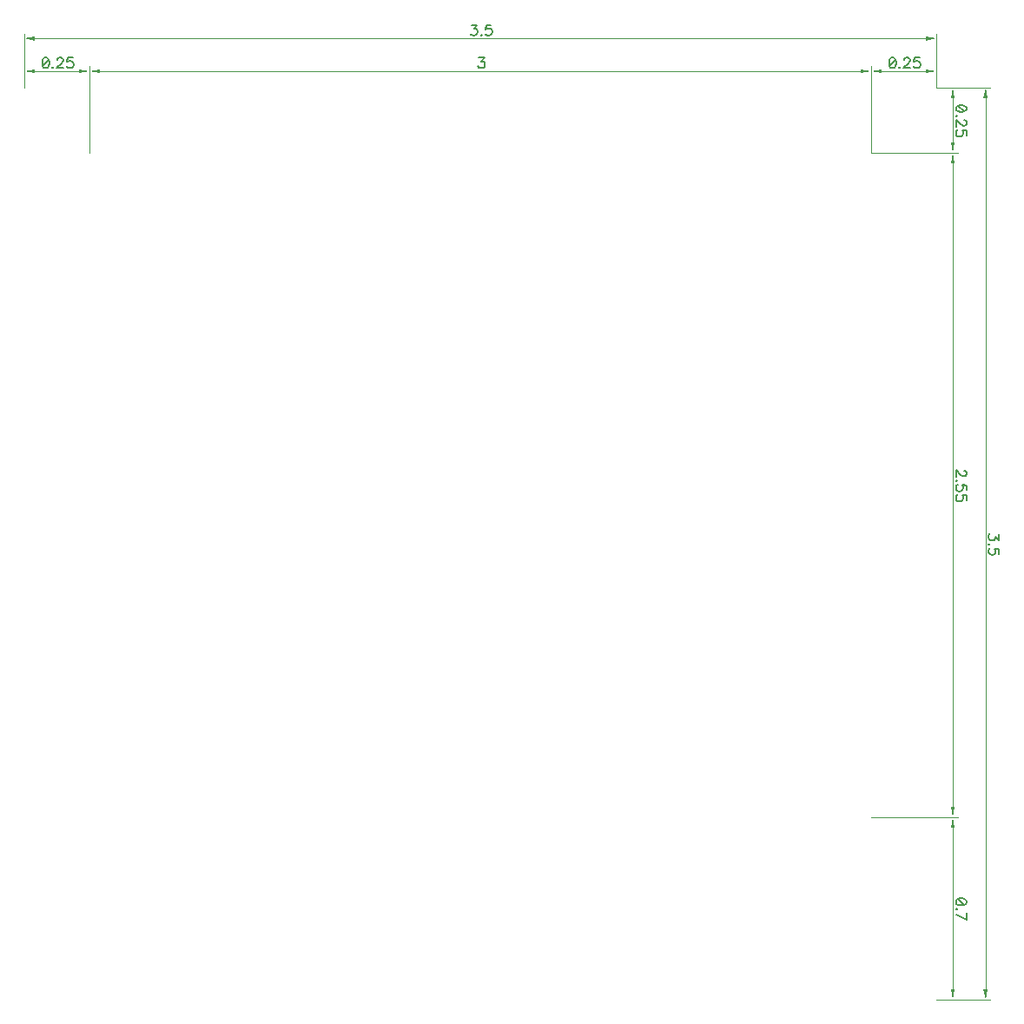
<source format=gbr>
%TF.GenerationSoftware,Novarm,DipTrace,3.3.1.3*%
%TF.CreationDate,2019-12-24T00:16:25-05:00*%
%FSLAX26Y26*%
%MOIN*%
%TF.FileFunction,Drawing,Top*%
%TF.Part,Single*%
%ADD13C,0.001378*%
%ADD91C,0.006176*%
G75*
G01*
%LPD*%
X3893700Y3893700D2*
D13*
X4100885D1*
X3893700Y393700D2*
X4100885D1*
X4081200Y2143700D2*
Y3854330D1*
G36*
Y3893700D2*
X4089074Y3854330D1*
X4073326D1*
X4081200Y3893700D1*
G37*
Y2143700D2*
D13*
Y433070D1*
G36*
Y393700D2*
X4073326Y433070D1*
X4089074D1*
X4081200Y393700D1*
G37*
X3893700Y3893700D2*
D13*
Y4100885D1*
X393700Y3893700D2*
Y4100885D1*
X2143700Y4081200D2*
X3854330D1*
G36*
X3893700D2*
X3854330Y4073326D1*
Y4089074D1*
X3893700Y4081200D1*
G37*
X2143700D2*
D13*
X433070D1*
G36*
X393700D2*
X433070Y4089074D1*
Y4073326D1*
X393700Y4081200D1*
G37*
X643700Y3643700D2*
D13*
Y3975885D1*
X3643700Y3643700D2*
Y3975885D1*
X2143700Y3956200D2*
X683070D1*
G36*
X643700D2*
X683070Y3964074D1*
Y3948326D1*
X643700Y3956200D1*
G37*
X2143700D2*
D13*
X3604330D1*
G36*
X3643700D2*
X3604330Y3948326D1*
Y3964074D1*
X3643700Y3956200D1*
G37*
Y3643700D2*
D13*
X3975885D1*
X3643700Y1093700D2*
X3975885D1*
X3956200Y2368700D2*
Y3604330D1*
G36*
Y3643700D2*
X3964074Y3604330D1*
X3948326D1*
X3956200Y3643700D1*
G37*
Y2368700D2*
D13*
Y1133070D1*
G36*
Y1093700D2*
X3948326Y1133070D1*
X3964074D1*
X3956200Y1093700D1*
G37*
X643700Y3643700D2*
D13*
Y3975885D1*
X393700Y3893700D2*
Y3975885D1*
X518700Y3956200D2*
X604330D1*
G36*
X643700D2*
X604330Y3948326D1*
Y3964074D1*
X643700Y3956200D1*
G37*
X518700D2*
D13*
X433070D1*
G36*
X393700D2*
X433070Y3964074D1*
Y3948326D1*
X393700Y3956200D1*
G37*
X3643700Y3643700D2*
D13*
Y3975885D1*
X3893700Y3893700D2*
Y3975885D1*
X3768700Y3956200D2*
X3683070D1*
G36*
X3643700D2*
X3683070Y3964074D1*
Y3948326D1*
X3643700Y3956200D1*
G37*
X3768700D2*
D13*
X3854330D1*
G36*
X3893700D2*
X3854330Y3948326D1*
Y3964074D1*
X3893700Y3956200D1*
G37*
X3643700Y3643700D2*
D13*
X3975885D1*
X3893700Y3893700D2*
X3975885D1*
X3956200Y3768700D2*
Y3683070D1*
G36*
Y3643700D2*
X3948326Y3683070D1*
X3964074D1*
X3956200Y3643700D1*
G37*
Y3768700D2*
D13*
Y3854330D1*
G36*
Y3893700D2*
X3964074Y3854330D1*
X3948326D1*
X3956200Y3893700D1*
G37*
X3643700Y1093700D2*
D13*
X3975885D1*
X3893700Y393700D2*
X3975885D1*
X3956200Y743700D2*
Y1054330D1*
G36*
Y1093700D2*
X3964074Y1054330D1*
X3948326D1*
X3956200Y1093700D1*
G37*
Y743700D2*
D13*
Y433070D1*
G36*
Y393700D2*
X3948326Y433070D1*
X3964074D1*
X3956200Y393700D1*
G37*
X4133559Y2177835D2*
D91*
Y2156832D1*
X4118260Y2168284D1*
Y2162536D1*
X4116359Y2158734D1*
X4114457Y2156832D1*
X4108709Y2154887D1*
X4104907D1*
X4099159Y2156832D1*
X4095312Y2160635D1*
X4093411Y2166383D1*
Y2172131D1*
X4095312Y2177835D1*
X4097258Y2179736D1*
X4101060Y2181682D1*
X4097258Y2140634D2*
X4095312Y2142536D1*
X4093411Y2140634D1*
X4095312Y2138689D1*
X4097258Y2140634D1*
X4133559Y2103389D2*
Y2122491D1*
X4116359Y2124392D1*
X4118260Y2122491D1*
X4120205Y2116743D1*
Y2111039D1*
X4118260Y2105291D1*
X4114457Y2101444D1*
X4108709Y2099543D1*
X4104907D1*
X4099159Y2101444D1*
X4095312Y2105291D1*
X4093411Y2111039D1*
Y2116743D1*
X4095312Y2122491D1*
X4097258Y2124392D1*
X4101060Y2126337D1*
X2109565Y4133559D2*
X2130568D1*
X2119116Y4118260D1*
X2124864D1*
X2128666Y4116359D1*
X2130568Y4114457D1*
X2132513Y4108709D1*
Y4104907D1*
X2130568Y4099159D1*
X2126765Y4095312D1*
X2121017Y4093411D1*
X2115269D1*
X2109565Y4095312D1*
X2107664Y4097258D1*
X2105718Y4101060D1*
X2146766Y4097258D2*
X2144864Y4095312D1*
X2146766Y4093411D1*
X2148711Y4095312D1*
X2146766Y4097258D1*
X2184011Y4133559D2*
X2164909D1*
X2163008Y4116359D1*
X2164909Y4118260D1*
X2170657Y4120205D1*
X2176361D1*
X2182109Y4118260D1*
X2185956Y4114457D1*
X2187857Y4108709D1*
Y4104907D1*
X2185956Y4099159D1*
X2182109Y4095312D1*
X2176361Y4093411D1*
X2170657D1*
X2164909Y4095312D1*
X2163008Y4097258D1*
X2161063Y4101060D1*
X2137237Y4008559D2*
X2158240D1*
X2146788Y3993260D1*
X2152536D1*
X2156338Y3991359D1*
X2158240Y3989457D1*
X2160185Y3983709D1*
Y3979907D1*
X2158240Y3974159D1*
X2154437Y3970312D1*
X2148689Y3968411D1*
X2142941D1*
X2137237Y3970312D1*
X2135336Y3972258D1*
X2133391Y3976060D1*
X3999008Y2424309D2*
X4000909D1*
X4004756Y2422408D1*
X4006657Y2420507D1*
X4008559Y2416660D1*
Y2409011D1*
X4006657Y2405208D1*
X4004756Y2403307D1*
X4000909Y2401361D1*
X3997107D1*
X3993260Y2403307D1*
X3987556Y2407109D1*
X3968411Y2426255D1*
Y2399460D1*
X3972258Y2385207D2*
X3970312Y2387109D1*
X3968411Y2385207D1*
X3970312Y2383262D1*
X3972258Y2385207D1*
X4008559Y2347962D2*
Y2367064D1*
X3991359Y2368965D1*
X3993260Y2367064D1*
X3995205Y2361316D1*
Y2355612D1*
X3993260Y2349864D1*
X3989457Y2346017D1*
X3983709Y2344116D1*
X3979907D1*
X3974159Y2346017D1*
X3970312Y2349864D1*
X3968411Y2355612D1*
Y2361316D1*
X3970312Y2367064D1*
X3972258Y2368965D1*
X3976060Y2370910D1*
X4008559Y2308816D2*
Y2327918D1*
X3991359Y2329819D1*
X3993260Y2327918D1*
X3995205Y2322170D1*
Y2316466D1*
X3993260Y2310718D1*
X3989457Y2306871D1*
X3983709Y2304970D1*
X3979907D1*
X3974159Y2306871D1*
X3970312Y2310718D1*
X3968411Y2316466D1*
Y2322170D1*
X3970312Y2327918D1*
X3972258Y2329819D1*
X3976060Y2331764D1*
X472641Y4008559D2*
X466893Y4006657D1*
X463047Y4000909D1*
X461145Y3991359D1*
Y3985611D1*
X463047Y3976060D1*
X466893Y3970312D1*
X472641Y3968411D1*
X476444D1*
X482192Y3970312D1*
X485995Y3976060D1*
X487940Y3985611D1*
Y3991359D1*
X485995Y4000909D1*
X482192Y4006657D1*
X476444Y4008559D1*
X472641D1*
X485995Y4000909D2*
X463047Y3976060D1*
X502193Y3972258D2*
X500291Y3970312D1*
X502193Y3968411D1*
X504138Y3970312D1*
X502193Y3972258D1*
X518435Y3999008D2*
Y4000909D1*
X520336Y4004756D1*
X522238Y4006657D1*
X526084Y4008559D1*
X533734D1*
X537536Y4006657D1*
X539438Y4004756D1*
X541383Y4000909D1*
Y3997107D1*
X539438Y3993260D1*
X535635Y3987556D1*
X516490Y3968411D1*
X543284D1*
X578584Y4008559D2*
X559482D1*
X557581Y3991359D1*
X559482Y3993260D1*
X565230Y3995205D1*
X570934D1*
X576682Y3993260D1*
X580529Y3989457D1*
X582430Y3983709D1*
Y3979907D1*
X580529Y3974159D1*
X576682Y3970312D1*
X570934Y3968411D1*
X565230D1*
X559482Y3970312D1*
X557581Y3972258D1*
X555636Y3976060D1*
X3722641Y4008559D2*
X3716893Y4006657D1*
X3713047Y4000909D1*
X3711145Y3991359D1*
Y3985611D1*
X3713047Y3976060D1*
X3716893Y3970312D1*
X3722641Y3968411D1*
X3726444D1*
X3732192Y3970312D1*
X3735995Y3976060D1*
X3737940Y3985611D1*
Y3991359D1*
X3735995Y4000909D1*
X3732192Y4006657D1*
X3726444Y4008559D1*
X3722641D1*
X3735995Y4000909D2*
X3713047Y3976060D1*
X3752193Y3972258D2*
X3750291Y3970312D1*
X3752193Y3968411D1*
X3754138Y3970312D1*
X3752193Y3972258D1*
X3768435Y3999008D2*
Y4000909D1*
X3770336Y4004756D1*
X3772238Y4006657D1*
X3776084Y4008559D1*
X3783734D1*
X3787536Y4006657D1*
X3789438Y4004756D1*
X3791383Y4000909D1*
Y3997107D1*
X3789438Y3993260D1*
X3785635Y3987556D1*
X3766490Y3968411D1*
X3793284D1*
X3828584Y4008559D2*
X3809482D1*
X3807581Y3991359D1*
X3809482Y3993260D1*
X3815230Y3995205D1*
X3820934D1*
X3826682Y3993260D1*
X3830529Y3989457D1*
X3832430Y3983709D1*
Y3979907D1*
X3830529Y3974159D1*
X3826682Y3970312D1*
X3820934Y3968411D1*
X3815230D1*
X3809482Y3970312D1*
X3807581Y3972258D1*
X3805636Y3976060D1*
X4008559Y3814759D2*
X4006657Y3820507D1*
X4000909Y3824353D1*
X3991359Y3826255D1*
X3985611D1*
X3976060Y3824353D1*
X3970312Y3820507D1*
X3968411Y3814759D1*
Y3810956D1*
X3970312Y3805208D1*
X3976060Y3801405D1*
X3985611Y3799460D1*
X3991359D1*
X4000909Y3801405D1*
X4006657Y3805208D1*
X4008559Y3810956D1*
Y3814759D1*
X4000909Y3801405D2*
X3976060Y3824353D1*
X3972258Y3785207D2*
X3970312Y3787109D1*
X3968411Y3785207D1*
X3970312Y3783262D1*
X3972258Y3785207D1*
X3999008Y3768965D2*
X4000909D1*
X4004756Y3767064D1*
X4006657Y3765162D1*
X4008559Y3761316D1*
Y3753666D1*
X4006657Y3749864D1*
X4004756Y3747962D1*
X4000909Y3746017D1*
X3997107D1*
X3993260Y3747962D1*
X3987556Y3751765D1*
X3968411Y3770910D1*
Y3744116D1*
X4008559Y3708816D2*
Y3727918D1*
X3991359Y3729819D1*
X3993260Y3727918D1*
X3995205Y3722170D1*
Y3716466D1*
X3993260Y3710718D1*
X3989457Y3706871D1*
X3983709Y3704970D1*
X3979907D1*
X3974159Y3706871D1*
X3970312Y3710718D1*
X3968411Y3716466D1*
Y3722170D1*
X3970312Y3727918D1*
X3972258Y3729819D1*
X3976060Y3731764D1*
X4008559Y770186D2*
X4006657Y775934D1*
X4000909Y779780D1*
X3991359Y781682D1*
X3985611D1*
X3976060Y779780D1*
X3970312Y775934D1*
X3968411Y770186D1*
Y766383D1*
X3970312Y760635D1*
X3976060Y756832D1*
X3985611Y754887D1*
X3991359D1*
X4000909Y756832D1*
X4006657Y760635D1*
X4008559Y766383D1*
Y770186D1*
X4000909Y756832D2*
X3976060Y779780D1*
X3972258Y740634D2*
X3970312Y742536D1*
X3968411Y740634D1*
X3970312Y738689D1*
X3972258Y740634D1*
X3968411Y718688D2*
X4008559Y699543D1*
Y726337D1*
M02*

</source>
